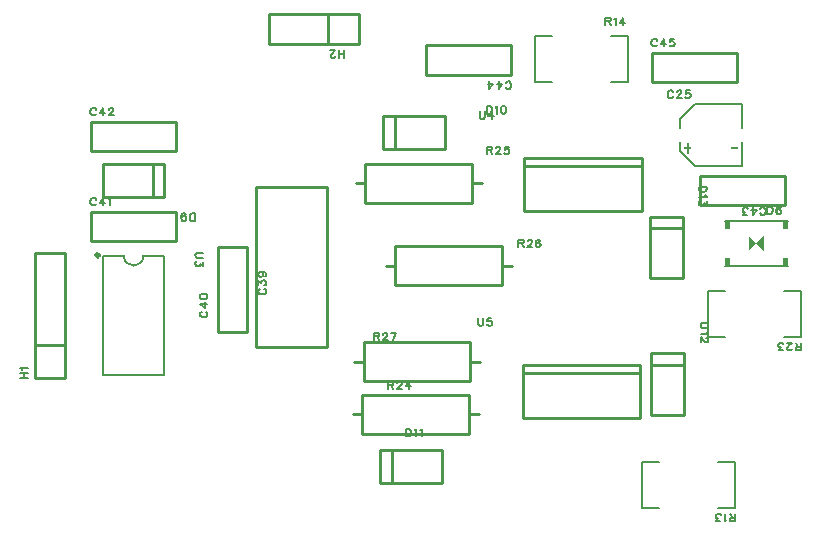
<source format=gto>
G04 Layer: TopSilkscreenLayer*
G04 EasyEDA Pro v2.1.64.d1969c9c.217bcf, 2024-10-29 18:51:19*
G04 Gerber Generator version 0.3*
G04 Scale: 100 percent, Rotated: No, Reflected: No*
G04 Dimensions in millimeters*
G04 Leading zeros omitted, absolute positions, 3 integers and 5 decimals*
%FSLAX35Y35*%
%MOMM*%
%ADD10C,0.1524*%
%ADD11C,0.254*%
%ADD12C,0.3*%
G75*


G04 Text Start*
G54D10*
G01X1268908Y3988333D02*
G01X1265860Y3994683D01*
G01X1259510Y4000779D01*
G01X1253414Y4003827D01*
G01X1240968D01*
G01X1234872Y4000779D01*
G01X1228522Y3994683D01*
G01X1225474Y3988333D01*
G01X1222426Y3979189D01*
G01Y3963695D01*
G01X1225474Y3954297D01*
G01X1228522Y3948201D01*
G01X1234872Y3941851D01*
G01X1240968Y3938803D01*
G01X1253414D01*
G01X1259510Y3941851D01*
G01X1265860Y3948201D01*
G01X1268908Y3954297D01*
G01X1329868Y4003827D02*
G01X1299134Y3960647D01*
G01X1345362D01*
G01X1329868Y4003827D02*
G01X1329868Y3938803D01*
G01X1375588Y3991381D02*
G01X1381684Y3994683D01*
G01X1390828Y4003827D01*
G01Y3938803D01*
G01X1268908Y4750333D02*
G01X1265860Y4756683D01*
G01X1259510Y4762779D01*
G01X1253414Y4765827D01*
G01X1240968D01*
G01X1234872Y4762779D01*
G01X1228522Y4756683D01*
G01X1225474Y4750333D01*
G01X1222426Y4741189D01*
G01Y4725695D01*
G01X1225474Y4716297D01*
G01X1228522Y4710201D01*
G01X1234872Y4703851D01*
G01X1240968Y4700803D01*
G01X1253414D01*
G01X1259510Y4703851D01*
G01X1265860Y4710201D01*
G01X1268908Y4716297D01*
G01X1329868Y4765827D02*
G01X1299134Y4722647D01*
G01X1345362D01*
G01X1329868Y4765827D02*
G01X1329868Y4700803D01*
G01X1378636Y4750333D02*
G01X1378636Y4753381D01*
G01X1381684Y4759731D01*
G01X1384732Y4762779D01*
G01X1390828Y4765827D01*
G01X1403274D01*
G01X1409624Y4762779D01*
G01X1412672Y4759731D01*
G01X1415720Y4753381D01*
G01Y4747285D01*
G01X1412672Y4741189D01*
G01X1406322Y4731791D01*
G01X1375588Y4700803D01*
G01X1418768D01*
G01X2173934Y3540291D02*
G01X2127452Y3540291D01*
G01X2118308Y3537243D01*
G01X2111958Y3530893D01*
G01X2108910Y3521749D01*
G01Y3515399D01*
G01X2111958Y3506255D01*
G01X2118308Y3500159D01*
G01X2127452Y3496857D01*
G01X2173934D01*
G01X2173934Y3460535D02*
G01X2173934Y3426499D01*
G01X2149296Y3445041D01*
G01Y3435897D01*
G01X2146248Y3429547D01*
G01X2142946Y3426499D01*
G01X2133802Y3423451D01*
G01X2127452D01*
G01X2118308Y3426499D01*
G01X2111958Y3432595D01*
G01X2108910Y3441993D01*
G01Y3451391D01*
G01X2111958Y3460535D01*
G01X2115260Y3463583D01*
G01X2121356Y3466631D01*
G01X2104880Y3808644D02*
G01X2104880Y3873668D01*
G01X2104880Y3808644D02*
G01X2083290Y3808644D01*
G01X2073892Y3811692D01*
G01X2067796Y3817788D01*
G01X2064748Y3824138D01*
G01X2061446Y3833282D01*
G01Y3848776D01*
G01X2064748Y3858174D01*
G01X2067796Y3864270D01*
G01X2073892Y3870620D01*
G01X2083290Y3873668D01*
G01X2104880D01*
G01X1991088Y3830234D02*
G01X1994136Y3839632D01*
G01X2000486Y3845728D01*
G01X2009630Y3848776D01*
G01X2012678D01*
G01X2022076Y3845728D01*
G01X2028172Y3839632D01*
G01X2031220Y3830234D01*
G01Y3827186D01*
G01X2028172Y3817788D01*
G01X2022076Y3811692D01*
G01X2012678Y3808644D01*
G01X2009630D01*
G01X2000486Y3811692D01*
G01X1994136Y3817788D01*
G01X1991088Y3830234D01*
G01Y3845728D01*
G01X1994136Y3861222D01*
G01X2000486Y3870620D01*
G01X2009630Y3873668D01*
G01X2015980D01*
G01X2025124Y3870620D01*
G01X2028172Y3864270D01*
G01X3370580Y5188966D02*
G01X3370580Y5253990D01*
G01X3327146Y5188966D02*
G01X3327146Y5253990D01*
G01X3370580Y5219954D02*
G01X3327146Y5219954D01*
G01X3293872Y5204460D02*
G01X3293872Y5201412D01*
G01X3290824Y5195062D01*
G01X3287776Y5192014D01*
G01X3281680Y5188966D01*
G01X3269234D01*
G01X3262884Y5192014D01*
G01X3259836Y5195062D01*
G01X3256788Y5201412D01*
G01Y5207508D01*
G01X3259836Y5213604D01*
G01X3266186Y5223002D01*
G01X3296920Y5253990D01*
G01X3253740D01*
G01X4504814Y2984762D02*
G01X4504814Y2938280D01*
G01X4507862Y2929136D01*
G01X4514212Y2922786D01*
G01X4523356Y2919738D01*
G01X4529706D01*
G01X4538850Y2922786D01*
G01X4544946Y2929136D01*
G01X4548248Y2938280D01*
G01Y2984762D01*
G01X4615558Y2984762D02*
G01X4584570Y2984762D01*
G01X4581522Y2957076D01*
G01X4584570Y2960124D01*
G01X4593714Y2963172D01*
G01X4603112D01*
G01X4612510Y2960124D01*
G01X4618606Y2953774D01*
G01X4621654Y2944630D01*
G01Y2938280D01*
G01X4618606Y2929136D01*
G01X4612510Y2922786D01*
G01X4603112Y2919738D01*
G01X4593714D01*
G01X4584570Y2922786D01*
G01X4581522Y2926088D01*
G01X4578474Y2932184D01*
G01X4518010Y4736866D02*
G01X4518010Y4690384D01*
G01X4521058Y4681240D01*
G01X4527408Y4674890D01*
G01X4536552Y4671842D01*
G01X4542902D01*
G01X4552046Y4674890D01*
G01X4558142Y4681240D01*
G01X4561444Y4690384D01*
G01Y4736866D01*
G01X4622404Y4736866D02*
G01X4591670Y4693686D01*
G01X4637898D01*
G01X4622404Y4736866D02*
G01X4622404Y4671842D01*
G01X5582920Y5529834D02*
G01X5582920Y5464810D01*
G01X5582920Y5529834D02*
G01X5610860Y5529834D01*
G01X5620004Y5526786D01*
G01X5623052Y5523738D01*
G01X5626354Y5517388D01*
G01Y5511292D01*
G01X5623052Y5505196D01*
G01X5620004Y5502148D01*
G01X5610860Y5498846D01*
G01X5582920D01*
G01X5604510Y5498846D02*
G01X5626354Y5464810D01*
G01X5656580Y5517388D02*
G01X5662676Y5520690D01*
G01X5671820Y5529834D01*
G01Y5464810D01*
G01X5732780Y5529834D02*
G01X5702046Y5486654D01*
G01X5748274D01*
G01X5732780Y5529834D02*
G01X5732780Y5464810D01*
G01X629666Y2475819D02*
G01X694690Y2475819D01*
G01X629666Y2519253D02*
G01X694690Y2519253D01*
G01X660654Y2475819D02*
G01X660654Y2519253D01*
G01X642112Y2549479D02*
G01X638810Y2555575D01*
G01X629666Y2564719D01*
G01X694690D01*
G01X4738192Y4939767D02*
G01X4741240Y4933417D01*
G01X4747590Y4927321D01*
G01X4753686Y4924273D01*
G01X4766132D01*
G01X4772228Y4927321D01*
G01X4778578Y4933417D01*
G01X4781626Y4939767D01*
G01X4784674Y4948911D01*
G01Y4964405D01*
G01X4781626Y4973803D01*
G01X4778578Y4979899D01*
G01X4772228Y4986249D01*
G01X4766132Y4989297D01*
G01X4753686D01*
G01X4747590Y4986249D01*
G01X4741240Y4979899D01*
G01X4738192Y4973803D01*
G01X4677232Y4924273D02*
G01X4707966Y4967453D01*
G01X4661738D01*
G01X4677232Y4924273D02*
G01X4677232Y4989297D01*
G01X4600778Y4924273D02*
G01X4631512Y4967453D01*
G01X4585284D01*
G01X4600778Y4924273D02*
G01X4600778Y4989297D01*
G01X4579620Y4780534D02*
G01X4579620Y4715510D01*
G01X4579620Y4780534D02*
G01X4601210Y4780534D01*
G01X4610608Y4777486D01*
G01X4616704Y4771390D01*
G01X4619752Y4765040D01*
G01X4623054Y4755896D01*
G01Y4740402D01*
G01X4619752Y4731004D01*
G01X4616704Y4724908D01*
G01X4610608Y4718558D01*
G01X4601210Y4715510D01*
G01X4579620D01*
G01X4653280Y4768088D02*
G01X4659376Y4771390D01*
G01X4668520Y4780534D01*
G01Y4715510D01*
G01X4717288Y4780534D02*
G01X4707890Y4777486D01*
G01X4701794Y4768088D01*
G01X4698746Y4752848D01*
G01Y4743450D01*
G01X4701794Y4727956D01*
G01X4707890Y4718558D01*
G01X4717288Y4715510D01*
G01X4723384D01*
G01X4732782Y4718558D01*
G01X4738878Y4727956D01*
G01X4741926Y4743450D01*
G01Y4752848D01*
G01X4738878Y4768088D01*
G01X4732782Y4777486D01*
G01X4723384Y4780534D01*
G01X4717288D01*
G01X3893820Y2050034D02*
G01X3893820Y1985010D01*
G01X3893820Y2050034D02*
G01X3915410Y2050034D01*
G01X3924808Y2046986D01*
G01X3930904Y2040890D01*
G01X3933952Y2034540D01*
G01X3937254Y2025396D01*
G01Y2009902D01*
G01X3933952Y2000504D01*
G01X3930904Y1994408D01*
G01X3924808Y1988058D01*
G01X3915410Y1985010D01*
G01X3893820D01*
G01X3967480Y2037588D02*
G01X3973576Y2040890D01*
G01X3982720Y2050034D01*
G01Y1985010D01*
G01X4012946Y2037588D02*
G01X4019042Y2040890D01*
G01X4028186Y2050034D01*
G01Y1985010D01*
G01X2163379Y3041170D02*
G01X2157029Y3038122D01*
G01X2150933Y3031772D01*
G01X2147885Y3025676D01*
G01Y3013230D01*
G01X2150933Y3007134D01*
G01X2157029Y3000784D01*
G01X2163379Y2997736D01*
G01X2172523Y2994688D01*
G01X2188017D01*
G01X2197415Y2997736D01*
G01X2203511Y3000784D01*
G01X2209861Y3007134D01*
G01X2212909Y3013230D01*
G01Y3025676D01*
G01X2209861Y3031772D01*
G01X2203511Y3038122D01*
G01X2197415Y3041170D01*
G01X2147885Y3102130D02*
G01X2191065Y3071396D01*
G01Y3117624D01*
G01X2147885Y3102130D02*
G01X2212909Y3102130D01*
G01X2147885Y3166392D02*
G01X2150933Y3156994D01*
G01X2160331Y3150898D01*
G01X2175571Y3147850D01*
G01X2184969D01*
G01X2200463Y3150898D01*
G01X2209861Y3156994D01*
G01X2212909Y3166392D01*
G01Y3172488D01*
G01X2209861Y3181886D01*
G01X2200463Y3187982D01*
G01X2184969Y3191030D01*
G01X2175571D01*
G01X2160331Y3187982D01*
G01X2150933Y3181886D01*
G01X2147885Y3172488D01*
G01Y3166392D01*
G01X2658679Y3231670D02*
G01X2652329Y3228622D01*
G01X2646233Y3222272D01*
G01X2643185Y3216176D01*
G01Y3203730D01*
G01X2646233Y3197634D01*
G01X2652329Y3191284D01*
G01X2658679Y3188236D01*
G01X2667823Y3185188D01*
G01X2683317D01*
G01X2692715Y3188236D01*
G01X2698811Y3191284D01*
G01X2705161Y3197634D01*
G01X2708209Y3203730D01*
G01Y3216176D01*
G01X2705161Y3222272D01*
G01X2698811Y3228622D01*
G01X2692715Y3231670D01*
G01X2643185Y3267992D02*
G01X2643185Y3302028D01*
G01X2667823Y3283486D01*
G01Y3292630D01*
G01X2670871Y3298980D01*
G01X2674173Y3302028D01*
G01X2683317Y3305076D01*
G01X2689667D01*
G01X2698811Y3302028D01*
G01X2705161Y3295932D01*
G01X2708209Y3286534D01*
G01Y3277136D01*
G01X2705161Y3267992D01*
G01X2701859Y3264944D01*
G01X2695763Y3261896D01*
G01X2664775Y3375434D02*
G01X2674173Y3372386D01*
G01X2680269Y3366036D01*
G01X2683317Y3356892D01*
G01Y3353844D01*
G01X2680269Y3344446D01*
G01X2674173Y3338350D01*
G01X2664775Y3335302D01*
G01X2661727D01*
G01X2652329Y3338350D01*
G01X2646233Y3344446D01*
G01X2643185Y3353844D01*
G01Y3356892D01*
G01X2646233Y3366036D01*
G01X2652329Y3372386D01*
G01X2664775Y3375434D01*
G01X2680269D01*
G01X2695763Y3372386D01*
G01X2705161Y3366036D01*
G01X2708209Y3356892D01*
G01Y3350542D01*
G01X2705161Y3341398D01*
G01X2698811Y3338350D01*
G01X4846320Y3650234D02*
G01X4846320Y3585210D01*
G01X4846320Y3650234D02*
G01X4874260Y3650234D01*
G01X4883404Y3647186D01*
G01X4886452Y3644138D01*
G01X4889754Y3637788D01*
G01Y3631692D01*
G01X4886452Y3625596D01*
G01X4883404Y3622548D01*
G01X4874260Y3619246D01*
G01X4846320D01*
G01X4867910Y3619246D02*
G01X4889754Y3585210D01*
G01X4923028Y3634740D02*
G01X4923028Y3637788D01*
G01X4926076Y3644138D01*
G01X4929124Y3647186D01*
G01X4935220Y3650234D01*
G01X4947666D01*
G01X4954016Y3647186D01*
G01X4957064Y3644138D01*
G01X4960112Y3637788D01*
G01Y3631692D01*
G01X4957064Y3625596D01*
G01X4950714Y3616198D01*
G01X4919980Y3585210D01*
G01X4963160D01*
G01X5030470Y3641090D02*
G01X5027422Y3647186D01*
G01X5018024Y3650234D01*
G01X5011928D01*
G01X5002530Y3647186D01*
G01X4996434Y3637788D01*
G01X4993386Y3622548D01*
G01Y3607054D01*
G01X4996434Y3594608D01*
G01X5002530Y3588258D01*
G01X5011928Y3585210D01*
G01X5014976D01*
G01X5024120Y3588258D01*
G01X5030470Y3594608D01*
G01X5033518Y3603752D01*
G01Y3607054D01*
G01X5030470Y3616198D01*
G01X5024120Y3622548D01*
G01X5014976Y3625596D01*
G01X5011928D01*
G01X5002530Y3622548D01*
G01X4996434Y3616198D01*
G01X4993386Y3607054D01*
G01X4579620Y4437634D02*
G01X4579620Y4372610D01*
G01X4579620Y4437634D02*
G01X4607560Y4437634D01*
G01X4616704Y4434586D01*
G01X4619752Y4431538D01*
G01X4623054Y4425188D01*
G01Y4419092D01*
G01X4619752Y4412996D01*
G01X4616704Y4409948D01*
G01X4607560Y4406646D01*
G01X4579620D01*
G01X4601210Y4406646D02*
G01X4623054Y4372610D01*
G01X4656328Y4422140D02*
G01X4656328Y4425188D01*
G01X4659376Y4431538D01*
G01X4662424Y4434586D01*
G01X4668520Y4437634D01*
G01X4680966D01*
G01X4687316Y4434586D01*
G01X4690364Y4431538D01*
G01X4693412Y4425188D01*
G01Y4419092D01*
G01X4690364Y4412996D01*
G01X4684014Y4403598D01*
G01X4653280Y4372610D01*
G01X4696460D01*
G01X4763770Y4437634D02*
G01X4732782Y4437634D01*
G01X4729734Y4409948D01*
G01X4732782Y4412996D01*
G01X4741926Y4416044D01*
G01X4751324D01*
G01X4760722Y4412996D01*
G01X4766818Y4406646D01*
G01X4769866Y4397502D01*
G01Y4391152D01*
G01X4766818Y4382008D01*
G01X4760722Y4375658D01*
G01X4751324Y4372610D01*
G01X4741926D01*
G01X4732782Y4375658D01*
G01X4729734Y4378960D01*
G01X4726686Y4385056D01*
G01X3622721Y2860832D02*
G01X3622721Y2795808D01*
G01X3622721Y2860832D02*
G01X3650661Y2860832D01*
G01X3659805Y2857784D01*
G01X3662853Y2854736D01*
G01X3666155Y2848386D01*
G01Y2842290D01*
G01X3662853Y2836194D01*
G01X3659805Y2833146D01*
G01X3650661Y2829844D01*
G01X3622721D01*
G01X3644311Y2829844D02*
G01X3666155Y2795808D01*
G01X3699429Y2845338D02*
G01X3699429Y2848386D01*
G01X3702477Y2854736D01*
G01X3705525Y2857784D01*
G01X3711621Y2860832D01*
G01X3724067D01*
G01X3730417Y2857784D01*
G01X3733465Y2854736D01*
G01X3736513Y2848386D01*
G01Y2842290D01*
G01X3733465Y2836194D01*
G01X3727115Y2826796D01*
G01X3696381Y2795808D01*
G01X3739561D01*
G01X3812967Y2860832D02*
G01X3781979Y2795808D01*
G01X3769787Y2860832D02*
G01X3812967Y2860832D01*
G01X3743988Y2449515D02*
G01X3743988Y2384491D01*
G01X3743988Y2449515D02*
G01X3771928Y2449515D01*
G01X3781072Y2446467D01*
G01X3784120Y2443419D01*
G01X3787422Y2437069D01*
G01Y2430973D01*
G01X3784120Y2424877D01*
G01X3781072Y2421829D01*
G01X3771928Y2418527D01*
G01X3743988D01*
G01X3765578Y2418527D02*
G01X3787422Y2384491D01*
G01X3820696Y2434021D02*
G01X3820696Y2437069D01*
G01X3823744Y2443419D01*
G01X3826792Y2446467D01*
G01X3832888Y2449515D01*
G01X3845334D01*
G01X3851684Y2446467D01*
G01X3854732Y2443419D01*
G01X3857780Y2437069D01*
G01Y2430973D01*
G01X3854732Y2424877D01*
G01X3848382Y2415479D01*
G01X3817648Y2384491D01*
G01X3860828D01*
G01X3921788Y2449515D02*
G01X3891054Y2406335D01*
G01X3937282D01*
G01X3921788Y2449515D02*
G01X3921788Y2384491D01*
G01X6954520Y3929634D02*
G01X6954520Y3864610D01*
G01X6954520Y3929634D02*
G01X6976110Y3929634D01*
G01X6985508Y3926586D01*
G01X6991604Y3920490D01*
G01X6994652Y3914140D01*
G01X6997954Y3904996D01*
G01Y3889502D01*
G01X6994652Y3880104D01*
G01X6991604Y3874008D01*
G01X6985508Y3867658D01*
G01X6976110Y3864610D01*
G01X6954520D01*
G01X7065264Y3920490D02*
G01X7062216Y3926586D01*
G01X7052818Y3929634D01*
G01X7046722D01*
G01X7037324Y3926586D01*
G01X7031228Y3917188D01*
G01X7028180Y3901948D01*
G01Y3886454D01*
G01X7031228Y3874008D01*
G01X7037324Y3867658D01*
G01X7046722Y3864610D01*
G01X7049770D01*
G01X7058914Y3867658D01*
G01X7065264Y3874008D01*
G01X7068312Y3883152D01*
G01Y3886454D01*
G01X7065264Y3895598D01*
G01X7058914Y3901948D01*
G01X7049770Y3904996D01*
G01X7046722D01*
G01X7037324Y3901948D01*
G01X7031228Y3895598D01*
G01X7028180Y3886454D01*
G01X7235256Y2712387D02*
G01X7235256Y2777411D01*
G01X7235256Y2712387D02*
G01X7207316Y2712387D01*
G01X7198172Y2715435D01*
G01X7195124Y2718483D01*
G01X7191822Y2724833D01*
G01Y2730929D01*
G01X7195124Y2737025D01*
G01X7198172Y2740073D01*
G01X7207316Y2743375D01*
G01X7235256D01*
G01X7213666Y2743375D02*
G01X7191822Y2777411D01*
G01X7158548Y2727881D02*
G01X7158548Y2724833D01*
G01X7155500Y2718483D01*
G01X7152452Y2715435D01*
G01X7146356Y2712387D01*
G01X7133910D01*
G01X7127560Y2715435D01*
G01X7124512Y2718483D01*
G01X7121464Y2724833D01*
G01Y2730929D01*
G01X7124512Y2737025D01*
G01X7130862Y2746423D01*
G01X7161596Y2777411D01*
G01X7118416D01*
G01X7082094Y2712387D02*
G01X7048058Y2712387D01*
G01X7066600Y2737025D01*
G01X7057456D01*
G01X7051106Y2740073D01*
G01X7048058Y2743375D01*
G01X7045010Y2752519D01*
G01Y2758869D01*
G01X7048058Y2768013D01*
G01X7054154Y2774363D01*
G01X7063552Y2777411D01*
G01X7072950D01*
G01X7082094Y2774363D01*
G01X7085142Y2771061D01*
G01X7088190Y2764965D01*
G01X6893578Y3874580D02*
G01X6896626Y3868230D01*
G01X6902976Y3862134D01*
G01X6909072Y3859086D01*
G01X6921518D01*
G01X6927614Y3862134D01*
G01X6933964Y3868230D01*
G01X6937012Y3874580D01*
G01X6940060Y3883724D01*
G01Y3899218D01*
G01X6937012Y3908616D01*
G01X6933964Y3914712D01*
G01X6927614Y3921062D01*
G01X6921518Y3924110D01*
G01X6909072D01*
G01X6902976Y3921062D01*
G01X6896626Y3914712D01*
G01X6893578Y3908616D01*
G01X6832618Y3859086D02*
G01X6863352Y3902266D01*
G01X6817124D01*
G01X6832618Y3859086D02*
G01X6832618Y3924110D01*
G01X6780802Y3859086D02*
G01X6746766Y3859086D01*
G01X6765308Y3883724D01*
G01X6756164D01*
G01X6749814Y3886772D01*
G01X6746766Y3890074D01*
G01X6743718Y3899218D01*
G01Y3905568D01*
G01X6746766Y3914712D01*
G01X6752862Y3921062D01*
G01X6762260Y3924110D01*
G01X6771658D01*
G01X6780802Y3921062D01*
G01X6783850Y3917760D01*
G01X6786898Y3911664D01*
G01X6156098Y4897882D02*
G01X6153050Y4904232D01*
G01X6146700Y4910328D01*
G01X6140604Y4913376D01*
G01X6128158D01*
G01X6122062Y4910328D01*
G01X6115712Y4904232D01*
G01X6112664Y4897882D01*
G01X6109616Y4888738D01*
G01Y4873244D01*
G01X6112664Y4863846D01*
G01X6115712Y4857750D01*
G01X6122062Y4851400D01*
G01X6128158Y4848352D01*
G01X6140604D01*
G01X6146700Y4851400D01*
G01X6153050Y4857750D01*
G01X6156098Y4863846D01*
G01X6189372Y4897882D02*
G01X6189372Y4900930D01*
G01X6192420Y4907280D01*
G01X6195468Y4910328D01*
G01X6201564Y4913376D01*
G01X6214010D01*
G01X6220360Y4910328D01*
G01X6223408Y4907280D01*
G01X6226456Y4900930D01*
G01Y4894834D01*
G01X6223408Y4888738D01*
G01X6217058Y4879340D01*
G01X6186324Y4848352D01*
G01X6229504D01*
G01X6296814Y4913376D02*
G01X6265826Y4913376D01*
G01X6262778Y4885690D01*
G01X6265826Y4888738D01*
G01X6274970Y4891786D01*
G01X6284368D01*
G01X6293766Y4888738D01*
G01X6299862Y4882388D01*
G01X6302910Y4873244D01*
G01Y4866894D01*
G01X6299862Y4857750D01*
G01X6293766Y4851400D01*
G01X6284368Y4848352D01*
G01X6274970D01*
G01X6265826Y4851400D01*
G01X6262778Y4854702D01*
G01X6259730Y4860798D01*
G01X6018708Y5334533D02*
G01X6015660Y5340883D01*
G01X6009310Y5346979D01*
G01X6003214Y5350027D01*
G01X5990768D01*
G01X5984672Y5346979D01*
G01X5978322Y5340883D01*
G01X5975274Y5334533D01*
G01X5972226Y5325389D01*
G01Y5309895D01*
G01X5975274Y5300497D01*
G01X5978322Y5294401D01*
G01X5984672Y5288051D01*
G01X5990768Y5285003D01*
G01X6003214D01*
G01X6009310Y5288051D01*
G01X6015660Y5294401D01*
G01X6018708Y5300497D01*
G01X6079668Y5350027D02*
G01X6048934Y5306847D01*
G01X6095162D01*
G01X6079668Y5350027D02*
G01X6079668Y5285003D01*
G01X6162472Y5350027D02*
G01X6131484Y5350027D01*
G01X6128436Y5322341D01*
G01X6131484Y5325389D01*
G01X6140628Y5328437D01*
G01X6150026D01*
G01X6159424Y5325389D01*
G01X6165520Y5319039D01*
G01X6168568Y5309895D01*
G01Y5303545D01*
G01X6165520Y5294401D01*
G01X6159424Y5288051D01*
G01X6150026Y5285003D01*
G01X6140628D01*
G01X6131484Y5288051D01*
G01X6128436Y5291353D01*
G01X6125388Y5297449D01*
G01X6680114Y1264587D02*
G01X6680114Y1329611D01*
G01X6680114Y1264587D02*
G01X6652174Y1264587D01*
G01X6643030Y1267635D01*
G01X6639982Y1270683D01*
G01X6636680Y1277033D01*
G01Y1283129D01*
G01X6639982Y1289225D01*
G01X6643030Y1292273D01*
G01X6652174Y1295575D01*
G01X6680114D01*
G01X6658524Y1295575D02*
G01X6636680Y1329611D01*
G01X6606454Y1277033D02*
G01X6600358Y1273731D01*
G01X6591214Y1264587D01*
G01Y1329611D01*
G01X6554892Y1264587D02*
G01X6520856Y1264587D01*
G01X6539398Y1289225D01*
G01X6530254D01*
G01X6523904Y1292273D01*
G01X6520856Y1295575D01*
G01X6517808Y1304719D01*
G01Y1311069D01*
G01X6520856Y1320213D01*
G01X6526952Y1326563D01*
G01X6536350Y1329611D01*
G01X6545748D01*
G01X6554892Y1326563D01*
G01X6557940Y1323261D01*
G01X6560988Y1317165D01*
G01X6452956Y2943080D02*
G01X6387932Y2943080D01*
G01X6452956Y2943080D02*
G01X6452956Y2921490D01*
G01X6449908Y2912092D01*
G01X6443812Y2905996D01*
G01X6437462Y2902948D01*
G01X6428318Y2899646D01*
G01X6412824D01*
G01X6403426Y2902948D01*
G01X6397330Y2905996D01*
G01X6390980Y2912092D01*
G01X6387932Y2921490D01*
G01Y2943080D01*
G01X6440510Y2869420D02*
G01X6443812Y2863324D01*
G01X6452956Y2854180D01*
G01X6387932D01*
G01X6437462Y2820906D02*
G01X6440510Y2820906D01*
G01X6446860Y2817858D01*
G01X6449908Y2814810D01*
G01X6452956Y2808714D01*
G01Y2796268D01*
G01X6449908Y2789918D01*
G01X6446860Y2786870D01*
G01X6440510Y2783822D01*
G01X6434414D01*
G01X6428318Y2786870D01*
G01X6418920Y2793220D01*
G01X6387932Y2823954D01*
G01Y2780774D01*
G01X6440256Y4098780D02*
G01X6375232Y4098780D01*
G01X6440256Y4098780D02*
G01X6440256Y4077190D01*
G01X6437208Y4067792D01*
G01X6431112Y4061696D01*
G01X6424762Y4058648D01*
G01X6415618Y4055346D01*
G01X6400124D01*
G01X6390726Y4058648D01*
G01X6384630Y4061696D01*
G01X6378280Y4067792D01*
G01X6375232Y4077190D01*
G01Y4098780D01*
G01X6427810Y4025120D02*
G01X6431112Y4019024D01*
G01X6440256Y4009880D01*
G01X6375232D01*
G01X6440256Y3973558D02*
G01X6440256Y3939522D01*
G01X6415618Y3958064D01*
G01Y3948920D01*
G01X6412570Y3942570D01*
G01X6409268Y3939522D01*
G01X6400124Y3936474D01*
G01X6393774D01*
G01X6384630Y3939522D01*
G01X6378280Y3945618D01*
G01X6375232Y3955016D01*
G01Y3964414D01*
G01X6378280Y3973558D01*
G01X6381582Y3976606D01*
G01X6387678Y3979654D01*
G04 Text End*

G04 PolygonModel Start*
G01X1505001Y3512518D02*
G01X1327861Y3512518D01*
G01X1327861Y3512518D02*
G01X1327861Y2507280D01*
G01X1327861Y2507280D02*
G01X1847139Y2507280D01*
G01X1847139Y2507280D02*
G01X1847139Y3512518D01*
G01X1847139Y3512518D02*
G01X1669999Y3512518D01*
G01X1505001Y3512520D02*
G03X1669999Y3512520I82499J0D01*
G01X6742938Y4594606D02*
G01X6742938Y4798822D01*
G01X6742938Y4798822D02*
G01X6342126Y4798822D01*
G01X6342126Y4798822D02*
G01X6211062Y4668012D01*
G01X6211062Y4668012D02*
G01X6211062Y4594606D01*
G01X6741922Y4473194D02*
G01X6741922Y4272026D01*
G01X6741922Y4272026D02*
G01X6339840Y4272026D01*
G01X6339840Y4272026D02*
G01X6211062Y4400804D01*
G01X6211062Y4400804D02*
G01X6211062Y4473194D01*
G36*
G01X6702600Y4430700D02*
G01X6702600Y4416301D01*
G01X6645001D01*
G01Y4430700D01*
G01X6702600D01*
G37*
G36*
G01X6251400Y4430700D02*
G01X6251400Y4416301D01*
G01X6308999D01*
G01Y4430700D01*
G01X6251400D01*
G37*
G36*
G01X6273000Y4471500D02*
G01X6273000Y4375501D01*
G01X6287399D01*
G01Y4471500D01*
G01X6273000D01*
G37*
G01X6036381Y1770459D02*
G01X5892886Y1770459D01*
G01X5892886Y1770459D02*
G01X5892886Y1379141D01*
G01X5892886Y1379141D02*
G01X6036381Y1379141D01*
G01X6536619Y1770459D02*
G01X6680114Y1770459D01*
G01X6680114Y1770459D02*
G01X6680114Y1379141D01*
G01X6680114Y1379141D02*
G01X6536619Y1379141D01*
G01X5132852Y5375430D02*
G01X4989358Y5375430D01*
G01X4989358Y5375430D02*
G01X4989358Y4984112D01*
G01X4989358Y4984112D02*
G01X5132852Y4984112D01*
G01X5633090Y5375430D02*
G01X5776585Y5375430D01*
G01X5776585Y5375430D02*
G01X5776585Y4984112D01*
G01X5776585Y4984112D02*
G01X5633090Y4984112D01*
G54D11*
G01X1847499Y4012900D02*
G01X1327501Y4012900D01*
G01X1327501Y4012900D02*
G01X1327501Y4292900D01*
G01X1847499Y4292900D02*
G01X1327501Y4292900D01*
G01X1847499Y4012900D02*
G01X1847499Y4292900D01*
G01X1751574Y4012900D02*
G01X1751574Y4292900D01*
G01X3702401Y4699300D02*
G01X4222399Y4699300D01*
G01X4222399Y4699300D02*
G01X4222399Y4419300D01*
G01X3702401Y4419300D02*
G01X4222399Y4419300D01*
G01X3702401Y4699300D02*
G01X3702401Y4419300D01*
G01X3798326Y4699300D02*
G01X3798326Y4419300D01*
G01X3677001Y1867200D02*
G01X4196999Y1867200D01*
G01X4196999Y1867200D02*
G01X4196999Y1587200D01*
G01X3677001Y1587200D02*
G01X4196999Y1587200D01*
G01X3677001Y1867200D02*
G01X3677001Y1587200D01*
G01X3772926Y1867200D02*
G01X3772926Y1587200D01*
G01X6248700Y2685699D02*
G01X6248700Y2165701D01*
G01X6248700Y2165701D02*
G01X5968700Y2165701D01*
G01X5968700Y2685699D02*
G01X5968700Y2165701D01*
G01X6248700Y2685699D02*
G01X5968700Y2685699D01*
G01X6248700Y2589774D02*
G01X5968700Y2589774D01*
G01X6236000Y3841399D02*
G01X6236000Y3321401D01*
G01X6236000Y3321401D02*
G01X5956000Y3321401D01*
G01X5956000Y3841399D02*
G01X5956000Y3321401D01*
G01X6236000Y3841399D02*
G01X5956000Y3841399D01*
G01X6236000Y3745474D02*
G01X5956000Y3745474D01*
G54D10*
G01X6591524Y3218259D02*
G01X6448029Y3218259D01*
G01X6448029Y3218259D02*
G01X6448029Y2826941D01*
G01X6448029Y2826941D02*
G01X6591524Y2826941D01*
G01X7091761Y3218259D02*
G01X7235256Y3218259D01*
G01X7235256Y3218259D02*
G01X7235256Y2826941D01*
G01X7235256Y2826941D02*
G01X7091761Y2826941D01*
G01X7124700Y3429000D02*
G01X6598067Y3430463D01*
G01X7124273Y3810000D02*
G01X6598920Y3808222D01*
G36*
G01X7086600Y3429000D02*
G01X7086600Y3497951D01*
G01X7132320D01*
G01Y3429000D01*
G01X7086600D01*
G37*
G36*
G01X7086600Y3810000D02*
G01X7086600Y3741049D01*
G01X7132320D01*
G01Y3810000D01*
G01X7086600D01*
G37*
G36*
G01X6591300Y3810000D02*
G01X6591300Y3741049D01*
G01X6637020D01*
G01Y3810000D01*
G01X6591300D01*
G37*
G36*
G01X6591300Y3429000D02*
G01X6591300Y3497951D01*
G01X6637020D01*
G01Y3429000D01*
G01X6591300D01*
G37*
G36*
G01X6921500Y3556000D02*
G01X6858000Y3619500D01*
G01X6921500Y3683000D01*
G01Y3556000D01*
G37*
G36*
G01X6794500Y3556000D02*
G01X6794500Y3683000D01*
G01X6858000Y3619500D01*
G01X6794500Y3556000D01*
G37*
G54D11*
G01X3797313Y3429000D02*
G01X3721113Y3429000D01*
G01X4711713Y3429000D02*
G01X4787913Y3429000D01*
G01X2621001Y2741303D02*
G01X2621001Y4091297D01*
G01X2621001Y4091297D02*
G01X3220999Y4091297D01*
G01X3220999Y4091297D02*
G01X3220999Y2741303D01*
G01X3220999Y2741303D02*
G01X2621001Y2741303D01*
G01X4432287Y2171700D02*
G01X4508487Y2171700D01*
G01X3517887Y2171700D02*
G01X3441687Y2171700D01*
G01X4457687Y4127500D02*
G01X4533887Y4127500D01*
G01X3543287Y4127500D02*
G01X3467087Y4127500D01*
G01X4444987Y2616200D02*
G01X4521187Y2616200D01*
G01X3530587Y2616200D02*
G01X3454387Y2616200D01*
G01X1227506Y3884193D02*
G01X1227506Y3634207D01*
G01X1227506Y3884193D02*
G01X1947494Y3884193D01*
G01X1947494Y3634207D02*
G01X1947494Y3884193D01*
G01X1947494Y3634207D02*
G01X1227506Y3634207D01*
G01X1227506Y4646193D02*
G01X1227506Y4396207D01*
G01X1227506Y4646193D02*
G01X1947494Y4646193D01*
G01X1947494Y4396207D02*
G01X1947494Y4646193D01*
G01X1947494Y4396207D02*
G01X1227506Y4396207D01*
G01X7103694Y3939007D02*
G01X7103694Y4188993D01*
G01X7103694Y3939007D02*
G01X6383706Y3939007D01*
G01X6383706Y4188993D02*
G01X6383706Y3939007D01*
G01X6383706Y4188993D02*
G01X7103694Y4188993D01*
G01X749300Y3538901D02*
G01X1003300Y3538901D01*
G01X749300Y2480899D02*
G01X749300Y3538901D01*
G01X749300Y2758252D02*
G01X1003300Y2758252D01*
G01X1003300Y2480899D02*
G01X1003300Y3538901D01*
G01X749300Y2480899D02*
G01X1003300Y2480899D01*
G01X4779594Y5043907D02*
G01X4779594Y5293893D01*
G01X4779594Y5043907D02*
G01X4059606Y5043907D01*
G01X4059606Y5293893D02*
G01X4059606Y5043907D01*
G01X4059606Y5293893D02*
G01X4779594Y5293893D01*
G01X5977306Y5230393D02*
G01X5977306Y4980407D01*
G01X5977306Y5230393D02*
G01X6697294Y5230393D01*
G01X6697294Y4980407D02*
G01X6697294Y5230393D01*
G01X6697294Y4980407D02*
G01X5977306Y4980407D01*
G01X4895063Y4271198D02*
G01X5888990Y4271198D01*
G01X4894704Y4341030D02*
G01X4896990Y3895603D01*
G01X4896990Y3895603D02*
G01X5888990Y3895603D01*
G01X5888990Y3895603D02*
G01X5888990Y4341602D01*
G01X5888990Y4341602D02*
G01X4894514Y4341348D01*
G01X4881867Y2519093D02*
G01X5875795Y2519093D01*
G01X4881509Y2588925D02*
G01X4883795Y2143498D01*
G01X4883795Y2143498D02*
G01X5875795Y2143498D01*
G01X5875795Y2143498D02*
G01X5875795Y2589497D01*
G01X5875795Y2589497D02*
G01X4881319Y2589243D01*
G01X3492500Y5308600D02*
G01X2730500Y5308600D01*
G01X2730500Y5308600D02*
G01X2730500Y5562600D01*
G01X3492500Y5562600D02*
G01X2730500Y5562600D01*
G01X3492500Y5308600D02*
G01X3492500Y5562600D01*
G01X3233656Y5308600D02*
G01X3233656Y5562600D01*
G01X2300707Y2865806D02*
G01X2550693Y2865806D01*
G01X2300707Y2865806D02*
G01X2300707Y3585794D01*
G01X2550693Y3585794D02*
G01X2300707Y3585794D01*
G01X2550693Y3585794D02*
G01X2550693Y2865806D01*
G04 PolygonModel End*

G04 Rect Start*
G01X4704499Y3264002D02*
G01X4704499Y3593998D01*
G01X3804501D01*
G01Y3264002D01*
G01X4704499D01*
G01X3525101Y2336698D02*
G01X3525101Y2006702D01*
G01X4425099D01*
G01Y2336698D01*
G01X3525101D01*
G01X3550501Y4292498D02*
G01X3550501Y3962502D01*
G01X4450499D01*
G01Y4292498D01*
G01X3550501D01*
G01X3537801Y2781198D02*
G01X3537801Y2451202D01*
G01X4437799D01*
G01Y2781198D01*
G01X3537801D01*
G04 Rect End*

G04 Circle Start*
G54D12*
G01X1267689Y3517900D02*
G03X1297711Y3517900I15011J0D01*
G03X1267689I-15011J0D01*
G04 Circle End*

M02*

</source>
